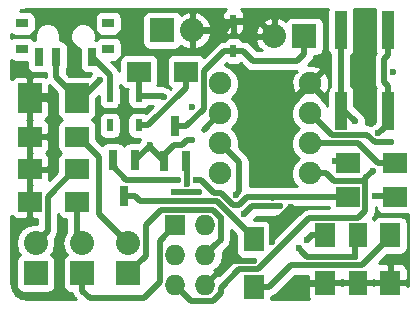
<source format=gtl>
G04 #@! TF.FileFunction,Copper,L1,Top,Signal*
%FSLAX46Y46*%
G04 Gerber Fmt 4.6, Leading zero omitted, Abs format (unit mm)*
G04 Created by KiCad (PCBNEW (2015-11-17 BZR 6321)-product) date Tue 19 Jan 2016 02:12:06 PM EST*
%MOMM*%
G01*
G04 APERTURE LIST*
%ADD10C,0.100000*%
%ADD11R,0.800100X1.800860*%
%ADD12R,2.000000X2.500000*%
%ADD13R,1.600000X2.000000*%
%ADD14R,0.600000X1.000000*%
%ADD15R,1.700000X2.000000*%
%ADD16C,1.905000*%
%ADD17R,2.032000X2.032000*%
%ADD18O,2.032000X2.032000*%
%ADD19R,1.727200X1.727200*%
%ADD20O,1.727200X1.727200*%
%ADD21R,2.000000X1.700000*%
%ADD22R,0.700000X1.500000*%
%ADD23R,1.000000X0.800000*%
%ADD24R,1.000000X3.200000*%
%ADD25C,0.600000*%
%ADD26C,0.500000*%
%ADD27C,0.254000*%
G04 APERTURE END LIST*
D10*
D11*
X168600000Y-105600000D03*
X170500000Y-105600000D03*
X169550000Y-102597720D03*
D12*
X161250000Y-100250000D03*
X157250000Y-100250000D03*
D13*
X185014214Y-111867358D03*
X185014214Y-115867358D03*
D14*
X164025000Y-102555000D03*
X164025000Y-100045000D03*
X166475000Y-100045000D03*
X166475000Y-102555000D03*
D15*
X187764214Y-115867358D03*
X187764214Y-111867358D03*
D14*
X174500000Y-96255000D03*
X174500000Y-93745000D03*
D16*
X181000000Y-106620000D03*
X181000000Y-104080000D03*
X181000000Y-101540000D03*
X181000000Y-99000000D03*
X173380000Y-99000000D03*
X173380000Y-101540000D03*
X173380000Y-104080000D03*
X173380000Y-106620000D03*
D17*
X180500000Y-95000000D03*
D18*
X177960000Y-95000000D03*
D19*
X169560000Y-111000000D03*
D20*
X172100000Y-111000000D03*
X169560000Y-113540000D03*
X172100000Y-113540000D03*
X169560000Y-116080000D03*
X172100000Y-116080000D03*
D17*
X165600000Y-115058273D03*
D18*
X165600000Y-112518273D03*
D17*
X161700000Y-115058273D03*
D18*
X161700000Y-112518273D03*
D17*
X157750000Y-115058273D03*
D18*
X157750000Y-112518273D03*
D11*
X166175000Y-105523860D03*
X164275000Y-105523860D03*
X165225000Y-108526140D03*
D21*
X161250000Y-106250000D03*
X157250000Y-106250000D03*
X161250000Y-109000000D03*
X157250000Y-109000000D03*
X161250000Y-103500000D03*
X157250000Y-103500000D03*
X188200000Y-108600000D03*
X184200000Y-108600000D03*
D15*
X176200000Y-112200000D03*
X176200000Y-116200000D03*
D21*
X188200000Y-105700000D03*
X184200000Y-105700000D03*
D15*
X182264214Y-115867358D03*
X182264214Y-111867358D03*
D21*
X166500000Y-98000000D03*
X170500000Y-98000000D03*
D22*
X162500000Y-96750000D03*
X159500000Y-96750000D03*
X158000000Y-96750000D03*
D23*
X163900000Y-93900000D03*
X156600000Y-93900000D03*
X156600000Y-96100000D03*
X163900000Y-96100000D03*
D24*
X187600000Y-101300000D03*
X187600000Y-94500000D03*
X183600000Y-94500000D03*
X183600000Y-101300000D03*
D17*
X168460000Y-94500000D03*
D18*
X171000000Y-94500000D03*
D25*
X188000000Y-98000000D03*
X186000000Y-98000000D03*
X171000000Y-101000000D03*
X165000000Y-101000000D03*
X176000000Y-104000000D03*
X179400000Y-109500000D03*
X177800000Y-112400000D03*
X180400000Y-116000000D03*
X176200000Y-113999979D03*
X159300000Y-100100000D03*
X169500000Y-108236366D03*
X171613118Y-108162465D03*
X171000000Y-103800000D03*
X167400000Y-104200000D03*
X168588223Y-100181089D03*
X180026255Y-112934432D03*
X184800000Y-113667337D03*
X186780344Y-103219656D03*
X186300000Y-106400000D03*
X186500000Y-108500000D03*
X187800000Y-104000000D03*
X175400000Y-110100000D03*
X173413601Y-110369471D03*
X178464162Y-109375151D03*
X174690995Y-108420304D03*
X171316607Y-107179618D03*
X169799978Y-107200000D03*
X170562647Y-107486346D03*
X183065252Y-105595672D03*
X180730344Y-112230344D03*
X184800000Y-102200000D03*
X163200000Y-98700000D03*
D26*
X181000000Y-99000000D02*
X176000000Y-104000000D01*
X177800000Y-112400000D02*
X177800000Y-111100000D01*
X177800000Y-111100000D02*
X179400000Y-109500000D01*
X180400000Y-116000000D02*
X182131572Y-116000000D01*
X182131572Y-116000000D02*
X182264214Y-115867358D01*
X172100000Y-116080000D02*
X174180021Y-113999979D01*
X174180021Y-113999979D02*
X176200000Y-113999979D01*
X159300000Y-100100000D02*
X157400000Y-100100000D01*
X157400000Y-100100000D02*
X157250000Y-100250000D01*
X174500000Y-93745000D02*
X176705000Y-93745000D01*
X176705000Y-93745000D02*
X177960000Y-95000000D01*
X171000000Y-94500000D02*
X173745000Y-94500000D01*
X173745000Y-94500000D02*
X174500000Y-93745000D01*
X185014214Y-115867358D02*
X187764214Y-115867358D01*
X182264214Y-115867358D02*
X185014214Y-115867358D01*
X157250000Y-106250000D02*
X157250000Y-109000000D01*
X157250000Y-103500000D02*
X157250000Y-106250000D01*
X157250000Y-100250000D02*
X157250000Y-103500000D01*
X169500000Y-108236366D02*
X171539217Y-108236366D01*
X171539217Y-108236366D02*
X171613118Y-108162465D01*
X171000000Y-103800000D02*
X170575736Y-103800000D01*
X170575736Y-103800000D02*
X170126167Y-104249569D01*
X170126167Y-104249569D02*
X169450051Y-104249569D01*
X169450051Y-104249569D02*
X168600000Y-105099620D01*
X168600000Y-105099620D02*
X168600000Y-105600000D01*
X167400000Y-104200000D02*
X167400000Y-104400000D01*
X167400000Y-104400000D02*
X168600000Y-105600000D01*
X167400000Y-104200000D02*
X167400000Y-104298860D01*
X167400000Y-104298860D02*
X166175000Y-105523860D01*
X168452134Y-100045000D02*
X168588223Y-100181089D01*
X166475000Y-100045000D02*
X168452134Y-100045000D01*
X184800000Y-113667337D02*
X180759160Y-113667337D01*
X180759160Y-113667337D02*
X180326254Y-113234431D01*
X180326254Y-113234431D02*
X180026255Y-112934432D01*
X184800000Y-113667337D02*
X184800000Y-112081572D01*
X184800000Y-112081572D02*
X185014214Y-111867358D01*
X166475000Y-100045000D02*
X166475000Y-98025000D01*
X166475000Y-98025000D02*
X166500000Y-98000000D01*
X170500000Y-98000000D02*
X170500000Y-99350000D01*
X170500000Y-99350000D02*
X167295000Y-102555000D01*
X167295000Y-102555000D02*
X167275000Y-102555000D01*
X167275000Y-102555000D02*
X166475000Y-102555000D01*
X164025000Y-98275000D02*
X162500000Y-96750000D01*
X164025000Y-100045000D02*
X164025000Y-98275000D01*
X176200000Y-116200000D02*
X177550000Y-116200000D01*
X177550000Y-116200000D02*
X179332643Y-114417357D01*
X179332643Y-114417357D02*
X185364215Y-114417357D01*
X187764214Y-112017358D02*
X187764214Y-111867358D01*
X185364215Y-114417357D02*
X187764214Y-112017358D01*
X171977499Y-97977501D02*
X173700000Y-96255000D01*
X170512282Y-102597720D02*
X171977499Y-101132503D01*
X173700000Y-96255000D02*
X174500000Y-96255000D01*
X169550000Y-102597720D02*
X170512282Y-102597720D01*
X171977499Y-101132503D02*
X171977499Y-97977501D01*
X176145000Y-97100000D02*
X179916000Y-97100000D01*
X179916000Y-97100000D02*
X180500000Y-96516000D01*
X180500000Y-96516000D02*
X180500000Y-95000000D01*
X174500000Y-96255000D02*
X175300000Y-96255000D01*
X175300000Y-96255000D02*
X176145000Y-97100000D01*
X187249999Y-98849999D02*
X187600000Y-99200000D01*
X187249999Y-96950001D02*
X187249999Y-98849999D01*
X187600000Y-96600000D02*
X187249999Y-96950001D01*
X187600000Y-94500000D02*
X187600000Y-96600000D01*
X187600000Y-99200000D02*
X187600000Y-101300000D01*
X170423599Y-116943599D02*
X169560000Y-116080000D01*
X170873601Y-117393601D02*
X170423599Y-116943599D01*
X172730529Y-117393601D02*
X170873601Y-117393601D01*
X173413601Y-116710529D02*
X172730529Y-117393601D01*
X185042645Y-110417357D02*
X180892647Y-110417357D01*
X173413601Y-116326397D02*
X173413601Y-116710529D01*
X174989999Y-114749999D02*
X173413601Y-116326397D01*
X176560005Y-114749999D02*
X174989999Y-114749999D01*
X180892647Y-110417357D02*
X176560005Y-114749999D01*
X185650001Y-109810001D02*
X185042645Y-110417357D01*
X185650001Y-107389999D02*
X185650001Y-109810001D01*
X187080343Y-102919657D02*
X186780344Y-103219656D01*
X187600000Y-102400000D02*
X187080343Y-102919657D01*
X187600000Y-101300000D02*
X187600000Y-102400000D01*
X185650001Y-107389999D02*
X185650001Y-107049999D01*
X185650001Y-107049999D02*
X186300000Y-106400000D01*
X185560001Y-107299999D02*
X183027037Y-107299999D01*
X183027037Y-107299999D02*
X182347038Y-106620000D01*
X182347038Y-106620000D02*
X181000000Y-106620000D01*
X185650001Y-107389999D02*
X185560001Y-107299999D01*
X188200000Y-105700000D02*
X186700000Y-105700000D01*
X186700000Y-105700000D02*
X185080000Y-104080000D01*
X185080000Y-104080000D02*
X182347038Y-104080000D01*
X182347038Y-104080000D02*
X181000000Y-104080000D01*
X186500000Y-108500000D02*
X188100000Y-108500000D01*
X188100000Y-108500000D02*
X188200000Y-108600000D01*
X185850001Y-103350001D02*
X186500000Y-104000000D01*
X186500000Y-104000000D02*
X187800000Y-104000000D01*
X181000000Y-101540000D02*
X182810001Y-103350001D01*
X182810001Y-103350001D02*
X185850001Y-103350001D01*
X165600000Y-115058273D02*
X167066001Y-113592272D01*
X167066001Y-113592272D02*
X167066001Y-110956797D01*
X167066001Y-110956797D02*
X168336399Y-109686399D01*
X168336399Y-109686399D02*
X172730529Y-109686399D01*
X172730529Y-109686399D02*
X173413601Y-110369471D01*
X178464162Y-109375151D02*
X178114811Y-109375151D01*
X178114811Y-109375151D02*
X178089954Y-109400008D01*
X178089954Y-109400008D02*
X176099992Y-109400008D01*
X176099992Y-109400008D02*
X175400000Y-110100000D01*
X173413601Y-110369471D02*
X173413604Y-110369471D01*
X173413601Y-110369471D02*
X173413603Y-110369471D01*
X173413601Y-112226399D02*
X172963599Y-112676401D01*
X173413601Y-110369471D02*
X173413601Y-112226399D01*
X172963599Y-112676401D02*
X172100000Y-113540000D01*
X166900000Y-117200000D02*
X168246399Y-115853601D01*
X173380000Y-101540000D02*
X171977499Y-102942501D01*
X161700000Y-115058273D02*
X161700000Y-116574273D01*
X161700000Y-116574273D02*
X162325727Y-117200000D01*
X162325727Y-117200000D02*
X166900000Y-117200000D01*
X168246399Y-115853601D02*
X168246399Y-112313601D01*
X168246399Y-112313601D02*
X169560000Y-111000000D01*
X174990994Y-105690994D02*
X174990994Y-108120305D01*
X174990994Y-108120305D02*
X174690995Y-108420304D01*
X173380000Y-104080000D02*
X174990994Y-105690994D01*
X163100000Y-105200000D02*
X163100000Y-110018273D01*
X163100000Y-110018273D02*
X165600000Y-112518273D01*
X161250000Y-103500000D02*
X161400000Y-103500000D01*
X161400000Y-103500000D02*
X163100000Y-105200000D01*
X161250000Y-109000000D02*
X161250000Y-112068273D01*
X161250000Y-112068273D02*
X161700000Y-112518273D01*
X157750000Y-112518273D02*
X158765999Y-111502274D01*
X158765999Y-111502274D02*
X158765999Y-108584001D01*
X158765999Y-108584001D02*
X161100000Y-106250000D01*
X161100000Y-106250000D02*
X161250000Y-106250000D01*
X172847630Y-108286377D02*
X171740871Y-107179618D01*
X171740871Y-107179618D02*
X171316607Y-107179618D01*
X175621320Y-108600000D02*
X174940334Y-109280986D01*
X174940334Y-109280986D02*
X174450002Y-109280986D01*
X174450002Y-109280986D02*
X173455393Y-108286377D01*
X173455393Y-108286377D02*
X172847630Y-108286377D01*
X177900000Y-108600000D02*
X175621320Y-108600000D01*
X169375714Y-107200000D02*
X169799978Y-107200000D01*
X164275000Y-106024240D02*
X165426469Y-107175709D01*
X169351423Y-107175709D02*
X169375714Y-107200000D01*
X165426469Y-107175709D02*
X169351423Y-107175709D01*
X164275000Y-105523860D02*
X164275000Y-106024240D01*
X184200000Y-108600000D02*
X177900000Y-108600000D01*
X177900000Y-108600000D02*
X177800000Y-108700000D01*
X166125050Y-108526140D02*
X165225000Y-108526140D01*
X166585298Y-108986388D02*
X166125050Y-108526140D01*
X173136388Y-108986388D02*
X166585298Y-108986388D01*
X176200000Y-112050000D02*
X173136388Y-108986388D01*
X176200000Y-112200000D02*
X176200000Y-112050000D01*
X170562647Y-105662647D02*
X170562647Y-107062082D01*
X170562647Y-107062082D02*
X170562647Y-107486346D01*
X170500000Y-105600000D02*
X170562647Y-105662647D01*
X184200000Y-105700000D02*
X184095672Y-105595672D01*
X183489516Y-105595672D02*
X183065252Y-105595672D01*
X184095672Y-105595672D02*
X183489516Y-105595672D01*
X182264214Y-111867358D02*
X181093330Y-111867358D01*
X181030343Y-111930345D02*
X180730344Y-112230344D01*
X181093330Y-111867358D02*
X181030343Y-111930345D01*
X183600000Y-101300000D02*
X183900000Y-101300000D01*
X183900000Y-101300000D02*
X184800000Y-102200000D01*
X183600000Y-94500000D02*
X183600000Y-101300000D01*
X159500000Y-98500000D02*
X161250000Y-100250000D01*
X159500000Y-96750000D02*
X159500000Y-98500000D01*
X161250000Y-100250000D02*
X161650000Y-100250000D01*
X161650000Y-100250000D02*
X163200000Y-98700000D01*
D27*
G36*
X155848110Y-97096431D02*
X156100000Y-97147440D01*
X157002560Y-97147440D01*
X157002560Y-97500000D01*
X157046838Y-97735317D01*
X157185910Y-97951441D01*
X157398110Y-98096431D01*
X157650000Y-98147440D01*
X158350000Y-98147440D01*
X158585317Y-98103162D01*
X158615000Y-98084062D01*
X158615000Y-98466975D01*
X158609698Y-98461673D01*
X158376309Y-98365000D01*
X157535750Y-98365000D01*
X157377000Y-98523750D01*
X157377000Y-100123000D01*
X158726250Y-100123000D01*
X158885000Y-99964250D01*
X158885000Y-99136580D01*
X159602560Y-99854140D01*
X159602560Y-101500000D01*
X159646838Y-101735317D01*
X159785910Y-101951441D01*
X159968769Y-102076383D01*
X159798559Y-102185910D01*
X159653569Y-102398110D01*
X159602560Y-102650000D01*
X159602560Y-104350000D01*
X159646838Y-104585317D01*
X159785910Y-104801441D01*
X159893397Y-104874884D01*
X159798559Y-104935910D01*
X159653569Y-105148110D01*
X159602560Y-105400000D01*
X159602560Y-106495861D01*
X158885000Y-107213420D01*
X158885000Y-106535750D01*
X158726250Y-106377000D01*
X157377000Y-106377000D01*
X157377000Y-107576250D01*
X157425750Y-107625000D01*
X157377000Y-107673750D01*
X157377000Y-108873000D01*
X157397000Y-108873000D01*
X157397000Y-109127000D01*
X157377000Y-109127000D01*
X157377000Y-110326250D01*
X157535750Y-110485000D01*
X157880999Y-110485000D01*
X157880999Y-110886897D01*
X157782345Y-110867273D01*
X157717655Y-110867273D01*
X157085845Y-110992948D01*
X156550222Y-111350840D01*
X156192330Y-111886463D01*
X156066655Y-112518273D01*
X156192330Y-113150083D01*
X156419499Y-113490065D01*
X156282559Y-113578183D01*
X156137569Y-113790383D01*
X156086560Y-114042273D01*
X156086560Y-116074273D01*
X156130838Y-116309590D01*
X156269910Y-116525714D01*
X156482110Y-116670704D01*
X156734000Y-116721713D01*
X158766000Y-116721713D01*
X159001317Y-116677435D01*
X159217441Y-116538363D01*
X159362431Y-116326163D01*
X159413440Y-116074273D01*
X159413440Y-114042273D01*
X159369162Y-113806956D01*
X159230090Y-113590832D01*
X159081163Y-113489075D01*
X159307670Y-113150083D01*
X159433345Y-112518273D01*
X159361710Y-112158142D01*
X159391786Y-112128066D01*
X159391789Y-112128064D01*
X159549742Y-111891670D01*
X159583633Y-111840948D01*
X159651000Y-111502274D01*
X159650999Y-111502269D01*
X159650999Y-110091783D01*
X159785910Y-110301441D01*
X159998110Y-110446431D01*
X160250000Y-110497440D01*
X160365000Y-110497440D01*
X160365000Y-111553214D01*
X160142330Y-111886463D01*
X160016655Y-112518273D01*
X160142330Y-113150083D01*
X160369499Y-113490065D01*
X160232559Y-113578183D01*
X160087569Y-113790383D01*
X160036560Y-114042273D01*
X160036560Y-116074273D01*
X160080838Y-116309590D01*
X160219910Y-116525714D01*
X160432110Y-116670704D01*
X160684000Y-116721713D01*
X160844327Y-116721713D01*
X160864648Y-116823870D01*
X160882367Y-116912948D01*
X161033857Y-117139670D01*
X161074210Y-117200063D01*
X161164147Y-117290000D01*
X157069931Y-117290000D01*
X156511660Y-117178953D01*
X156097669Y-116902333D01*
X155821046Y-116488338D01*
X155710000Y-115930069D01*
X155710000Y-110205660D01*
X155711673Y-110209699D01*
X155890302Y-110388327D01*
X156123691Y-110485000D01*
X156964250Y-110485000D01*
X157123000Y-110326250D01*
X157123000Y-109127000D01*
X157103000Y-109127000D01*
X157103000Y-108873000D01*
X157123000Y-108873000D01*
X157123000Y-107673750D01*
X157074250Y-107625000D01*
X157123000Y-107576250D01*
X157123000Y-106377000D01*
X157103000Y-106377000D01*
X157103000Y-106123000D01*
X157123000Y-106123000D01*
X157123000Y-104923750D01*
X157074250Y-104875000D01*
X157123000Y-104826250D01*
X157123000Y-103627000D01*
X157377000Y-103627000D01*
X157377000Y-104826250D01*
X157425750Y-104875000D01*
X157377000Y-104923750D01*
X157377000Y-106123000D01*
X158726250Y-106123000D01*
X158885000Y-105964250D01*
X158885000Y-105273690D01*
X158788327Y-105040301D01*
X158623025Y-104875000D01*
X158788327Y-104709699D01*
X158885000Y-104476310D01*
X158885000Y-103785750D01*
X158726250Y-103627000D01*
X157377000Y-103627000D01*
X157123000Y-103627000D01*
X157103000Y-103627000D01*
X157103000Y-103373000D01*
X157123000Y-103373000D01*
X157123000Y-102173750D01*
X157024250Y-102075000D01*
X157123000Y-101976250D01*
X157123000Y-100377000D01*
X157377000Y-100377000D01*
X157377000Y-101976250D01*
X157475750Y-102075000D01*
X157377000Y-102173750D01*
X157377000Y-103373000D01*
X158726250Y-103373000D01*
X158885000Y-103214250D01*
X158885000Y-102523690D01*
X158788327Y-102290301D01*
X158609698Y-102111673D01*
X158521162Y-102075000D01*
X158609698Y-102038327D01*
X158788327Y-101859699D01*
X158885000Y-101626310D01*
X158885000Y-100535750D01*
X158726250Y-100377000D01*
X157377000Y-100377000D01*
X157123000Y-100377000D01*
X157103000Y-100377000D01*
X157103000Y-100123000D01*
X157123000Y-100123000D01*
X157123000Y-98523750D01*
X156964250Y-98365000D01*
X156123691Y-98365000D01*
X155890302Y-98461673D01*
X155711673Y-98640301D01*
X155710000Y-98644340D01*
X155710000Y-97002065D01*
X155848110Y-97096431D01*
X155848110Y-97096431D01*
G37*
X155848110Y-97096431D02*
X156100000Y-97147440D01*
X157002560Y-97147440D01*
X157002560Y-97500000D01*
X157046838Y-97735317D01*
X157185910Y-97951441D01*
X157398110Y-98096431D01*
X157650000Y-98147440D01*
X158350000Y-98147440D01*
X158585317Y-98103162D01*
X158615000Y-98084062D01*
X158615000Y-98466975D01*
X158609698Y-98461673D01*
X158376309Y-98365000D01*
X157535750Y-98365000D01*
X157377000Y-98523750D01*
X157377000Y-100123000D01*
X158726250Y-100123000D01*
X158885000Y-99964250D01*
X158885000Y-99136580D01*
X159602560Y-99854140D01*
X159602560Y-101500000D01*
X159646838Y-101735317D01*
X159785910Y-101951441D01*
X159968769Y-102076383D01*
X159798559Y-102185910D01*
X159653569Y-102398110D01*
X159602560Y-102650000D01*
X159602560Y-104350000D01*
X159646838Y-104585317D01*
X159785910Y-104801441D01*
X159893397Y-104874884D01*
X159798559Y-104935910D01*
X159653569Y-105148110D01*
X159602560Y-105400000D01*
X159602560Y-106495861D01*
X158885000Y-107213420D01*
X158885000Y-106535750D01*
X158726250Y-106377000D01*
X157377000Y-106377000D01*
X157377000Y-107576250D01*
X157425750Y-107625000D01*
X157377000Y-107673750D01*
X157377000Y-108873000D01*
X157397000Y-108873000D01*
X157397000Y-109127000D01*
X157377000Y-109127000D01*
X157377000Y-110326250D01*
X157535750Y-110485000D01*
X157880999Y-110485000D01*
X157880999Y-110886897D01*
X157782345Y-110867273D01*
X157717655Y-110867273D01*
X157085845Y-110992948D01*
X156550222Y-111350840D01*
X156192330Y-111886463D01*
X156066655Y-112518273D01*
X156192330Y-113150083D01*
X156419499Y-113490065D01*
X156282559Y-113578183D01*
X156137569Y-113790383D01*
X156086560Y-114042273D01*
X156086560Y-116074273D01*
X156130838Y-116309590D01*
X156269910Y-116525714D01*
X156482110Y-116670704D01*
X156734000Y-116721713D01*
X158766000Y-116721713D01*
X159001317Y-116677435D01*
X159217441Y-116538363D01*
X159362431Y-116326163D01*
X159413440Y-116074273D01*
X159413440Y-114042273D01*
X159369162Y-113806956D01*
X159230090Y-113590832D01*
X159081163Y-113489075D01*
X159307670Y-113150083D01*
X159433345Y-112518273D01*
X159361710Y-112158142D01*
X159391786Y-112128066D01*
X159391789Y-112128064D01*
X159549742Y-111891670D01*
X159583633Y-111840948D01*
X159651000Y-111502274D01*
X159650999Y-111502269D01*
X159650999Y-110091783D01*
X159785910Y-110301441D01*
X159998110Y-110446431D01*
X160250000Y-110497440D01*
X160365000Y-110497440D01*
X160365000Y-111553214D01*
X160142330Y-111886463D01*
X160016655Y-112518273D01*
X160142330Y-113150083D01*
X160369499Y-113490065D01*
X160232559Y-113578183D01*
X160087569Y-113790383D01*
X160036560Y-114042273D01*
X160036560Y-116074273D01*
X160080838Y-116309590D01*
X160219910Y-116525714D01*
X160432110Y-116670704D01*
X160684000Y-116721713D01*
X160844327Y-116721713D01*
X160864648Y-116823870D01*
X160882367Y-116912948D01*
X161033857Y-117139670D01*
X161074210Y-117200063D01*
X161164147Y-117290000D01*
X157069931Y-117290000D01*
X156511660Y-117178953D01*
X156097669Y-116902333D01*
X155821046Y-116488338D01*
X155710000Y-115930069D01*
X155710000Y-110205660D01*
X155711673Y-110209699D01*
X155890302Y-110388327D01*
X156123691Y-110485000D01*
X156964250Y-110485000D01*
X157123000Y-110326250D01*
X157123000Y-109127000D01*
X157103000Y-109127000D01*
X157103000Y-108873000D01*
X157123000Y-108873000D01*
X157123000Y-107673750D01*
X157074250Y-107625000D01*
X157123000Y-107576250D01*
X157123000Y-106377000D01*
X157103000Y-106377000D01*
X157103000Y-106123000D01*
X157123000Y-106123000D01*
X157123000Y-104923750D01*
X157074250Y-104875000D01*
X157123000Y-104826250D01*
X157123000Y-103627000D01*
X157377000Y-103627000D01*
X157377000Y-104826250D01*
X157425750Y-104875000D01*
X157377000Y-104923750D01*
X157377000Y-106123000D01*
X158726250Y-106123000D01*
X158885000Y-105964250D01*
X158885000Y-105273690D01*
X158788327Y-105040301D01*
X158623025Y-104875000D01*
X158788327Y-104709699D01*
X158885000Y-104476310D01*
X158885000Y-103785750D01*
X158726250Y-103627000D01*
X157377000Y-103627000D01*
X157123000Y-103627000D01*
X157103000Y-103627000D01*
X157103000Y-103373000D01*
X157123000Y-103373000D01*
X157123000Y-102173750D01*
X157024250Y-102075000D01*
X157123000Y-101976250D01*
X157123000Y-100377000D01*
X157377000Y-100377000D01*
X157377000Y-101976250D01*
X157475750Y-102075000D01*
X157377000Y-102173750D01*
X157377000Y-103373000D01*
X158726250Y-103373000D01*
X158885000Y-103214250D01*
X158885000Y-102523690D01*
X158788327Y-102290301D01*
X158609698Y-102111673D01*
X158521162Y-102075000D01*
X158609698Y-102038327D01*
X158788327Y-101859699D01*
X158885000Y-101626310D01*
X158885000Y-100535750D01*
X158726250Y-100377000D01*
X157377000Y-100377000D01*
X157123000Y-100377000D01*
X157103000Y-100377000D01*
X157103000Y-100123000D01*
X157123000Y-100123000D01*
X157123000Y-98523750D01*
X156964250Y-98365000D01*
X156123691Y-98365000D01*
X155890302Y-98461673D01*
X155711673Y-98640301D01*
X155710000Y-98644340D01*
X155710000Y-97002065D01*
X155848110Y-97096431D01*
G36*
X186552560Y-109435046D02*
X186552560Y-109450000D01*
X186596838Y-109685317D01*
X186735910Y-109901441D01*
X186948110Y-110046431D01*
X187200000Y-110097440D01*
X189200000Y-110097440D01*
X189290000Y-110080505D01*
X189290000Y-115930069D01*
X189246229Y-116150123D01*
X189090464Y-115994358D01*
X187891214Y-115994358D01*
X187891214Y-116014358D01*
X187637214Y-116014358D01*
X187637214Y-115994358D01*
X186437964Y-115994358D01*
X186364214Y-116068108D01*
X186290464Y-115994358D01*
X185141214Y-115994358D01*
X185141214Y-116014358D01*
X184887214Y-116014358D01*
X184887214Y-115994358D01*
X183737964Y-115994358D01*
X183664214Y-116068108D01*
X183590464Y-115994358D01*
X182391214Y-115994358D01*
X182391214Y-116014358D01*
X182137214Y-116014358D01*
X182137214Y-115994358D01*
X180937964Y-115994358D01*
X180779214Y-116153108D01*
X180779214Y-116993667D01*
X180875887Y-117227056D01*
X180938831Y-117290000D01*
X177679215Y-117290000D01*
X177697440Y-117200000D01*
X177697440Y-117055673D01*
X177832484Y-117028810D01*
X177888675Y-117017633D01*
X178175790Y-116825790D01*
X179699222Y-115302357D01*
X180779214Y-115302357D01*
X180779214Y-115581608D01*
X180937964Y-115740358D01*
X182137214Y-115740358D01*
X182137214Y-115720358D01*
X182391214Y-115720358D01*
X182391214Y-115740358D01*
X183590464Y-115740358D01*
X183664214Y-115666608D01*
X183737964Y-115740358D01*
X184887214Y-115740358D01*
X184887214Y-115720358D01*
X185141214Y-115720358D01*
X185141214Y-115740358D01*
X186290464Y-115740358D01*
X186364214Y-115666608D01*
X186437964Y-115740358D01*
X187637214Y-115740358D01*
X187637214Y-114391108D01*
X187891214Y-114391108D01*
X187891214Y-115740358D01*
X189090464Y-115740358D01*
X189249214Y-115581608D01*
X189249214Y-114741049D01*
X189152541Y-114507660D01*
X188973913Y-114329031D01*
X188740524Y-114232358D01*
X188049964Y-114232358D01*
X187891214Y-114391108D01*
X187637214Y-114391108D01*
X187478464Y-114232358D01*
X186800794Y-114232358D01*
X187518353Y-113514798D01*
X188614214Y-113514798D01*
X188849531Y-113470520D01*
X189065655Y-113331448D01*
X189210645Y-113119248D01*
X189261654Y-112867358D01*
X189261654Y-110867358D01*
X189217376Y-110632041D01*
X189078304Y-110415917D01*
X188866104Y-110270927D01*
X188614214Y-110219918D01*
X186914214Y-110219918D01*
X186678897Y-110264196D01*
X186462773Y-110403268D01*
X186363581Y-110548441D01*
X186283586Y-110424125D01*
X186467634Y-110148676D01*
X186474333Y-110115000D01*
X186535002Y-109810001D01*
X186535001Y-109809996D01*
X186535001Y-109435031D01*
X186552560Y-109435046D01*
X186552560Y-109435046D01*
G37*
X186552560Y-109435046D02*
X186552560Y-109450000D01*
X186596838Y-109685317D01*
X186735910Y-109901441D01*
X186948110Y-110046431D01*
X187200000Y-110097440D01*
X189200000Y-110097440D01*
X189290000Y-110080505D01*
X189290000Y-115930069D01*
X189246229Y-116150123D01*
X189090464Y-115994358D01*
X187891214Y-115994358D01*
X187891214Y-116014358D01*
X187637214Y-116014358D01*
X187637214Y-115994358D01*
X186437964Y-115994358D01*
X186364214Y-116068108D01*
X186290464Y-115994358D01*
X185141214Y-115994358D01*
X185141214Y-116014358D01*
X184887214Y-116014358D01*
X184887214Y-115994358D01*
X183737964Y-115994358D01*
X183664214Y-116068108D01*
X183590464Y-115994358D01*
X182391214Y-115994358D01*
X182391214Y-116014358D01*
X182137214Y-116014358D01*
X182137214Y-115994358D01*
X180937964Y-115994358D01*
X180779214Y-116153108D01*
X180779214Y-116993667D01*
X180875887Y-117227056D01*
X180938831Y-117290000D01*
X177679215Y-117290000D01*
X177697440Y-117200000D01*
X177697440Y-117055673D01*
X177832484Y-117028810D01*
X177888675Y-117017633D01*
X178175790Y-116825790D01*
X179699222Y-115302357D01*
X180779214Y-115302357D01*
X180779214Y-115581608D01*
X180937964Y-115740358D01*
X182137214Y-115740358D01*
X182137214Y-115720358D01*
X182391214Y-115720358D01*
X182391214Y-115740358D01*
X183590464Y-115740358D01*
X183664214Y-115666608D01*
X183737964Y-115740358D01*
X184887214Y-115740358D01*
X184887214Y-115720358D01*
X185141214Y-115720358D01*
X185141214Y-115740358D01*
X186290464Y-115740358D01*
X186364214Y-115666608D01*
X186437964Y-115740358D01*
X187637214Y-115740358D01*
X187637214Y-114391108D01*
X187891214Y-114391108D01*
X187891214Y-115740358D01*
X189090464Y-115740358D01*
X189249214Y-115581608D01*
X189249214Y-114741049D01*
X189152541Y-114507660D01*
X188973913Y-114329031D01*
X188740524Y-114232358D01*
X188049964Y-114232358D01*
X187891214Y-114391108D01*
X187637214Y-114391108D01*
X187478464Y-114232358D01*
X186800794Y-114232358D01*
X187518353Y-113514798D01*
X188614214Y-113514798D01*
X188849531Y-113470520D01*
X189065655Y-113331448D01*
X189210645Y-113119248D01*
X189261654Y-112867358D01*
X189261654Y-110867358D01*
X189217376Y-110632041D01*
X189078304Y-110415917D01*
X188866104Y-110270927D01*
X188614214Y-110219918D01*
X186914214Y-110219918D01*
X186678897Y-110264196D01*
X186462773Y-110403268D01*
X186363581Y-110548441D01*
X186283586Y-110424125D01*
X186467634Y-110148676D01*
X186474333Y-110115000D01*
X186535002Y-109810001D01*
X186535001Y-109809996D01*
X186535001Y-109435031D01*
X186552560Y-109435046D01*
G36*
X172227000Y-115953000D02*
X172247000Y-115953000D01*
X172247000Y-116207000D01*
X172227000Y-116207000D01*
X172227000Y-116227000D01*
X171973000Y-116227000D01*
X171973000Y-116207000D01*
X171953000Y-116207000D01*
X171953000Y-115953000D01*
X171973000Y-115953000D01*
X171973000Y-115933000D01*
X172227000Y-115933000D01*
X172227000Y-115953000D01*
X172227000Y-115953000D01*
G37*
X172227000Y-115953000D02*
X172247000Y-115953000D01*
X172247000Y-116207000D01*
X172227000Y-116207000D01*
X172227000Y-116227000D01*
X171973000Y-116227000D01*
X171973000Y-116207000D01*
X171953000Y-116207000D01*
X171953000Y-115953000D01*
X171973000Y-115953000D01*
X171973000Y-115933000D01*
X172227000Y-115933000D01*
X172227000Y-115953000D01*
G36*
X174702560Y-111804139D02*
X174702560Y-113200000D01*
X174746838Y-113435317D01*
X174885910Y-113651441D01*
X175098110Y-113796431D01*
X175350000Y-113847440D01*
X176210984Y-113847440D01*
X176193425Y-113864999D01*
X174989999Y-113864999D01*
X174651324Y-113932366D01*
X174364209Y-114124209D01*
X174364207Y-114124212D01*
X173287572Y-115200846D01*
X172988490Y-114873179D01*
X172865772Y-114815664D01*
X173189029Y-114599670D01*
X173513885Y-114113489D01*
X173627959Y-113540000D01*
X173582105Y-113309474D01*
X173589386Y-113302193D01*
X173589389Y-113302191D01*
X174039388Y-112852191D01*
X174039391Y-112852189D01*
X174231234Y-112565074D01*
X174250790Y-112466762D01*
X174298602Y-112226399D01*
X174298601Y-112226394D01*
X174298601Y-111400180D01*
X174702560Y-111804139D01*
X174702560Y-111804139D01*
G37*
X174702560Y-111804139D02*
X174702560Y-113200000D01*
X174746838Y-113435317D01*
X174885910Y-113651441D01*
X175098110Y-113796431D01*
X175350000Y-113847440D01*
X176210984Y-113847440D01*
X176193425Y-113864999D01*
X174989999Y-113864999D01*
X174651324Y-113932366D01*
X174364209Y-114124209D01*
X174364207Y-114124212D01*
X173287572Y-115200846D01*
X172988490Y-114873179D01*
X172865772Y-114815664D01*
X173189029Y-114599670D01*
X173513885Y-114113489D01*
X173627959Y-113540000D01*
X173582105Y-113309474D01*
X173589386Y-113302193D01*
X173589389Y-113302191D01*
X174039388Y-112852191D01*
X174039391Y-112852189D01*
X174231234Y-112565074D01*
X174250790Y-112466762D01*
X174298602Y-112226399D01*
X174298601Y-112226394D01*
X174298601Y-111400180D01*
X174702560Y-111804139D01*
G36*
X182568057Y-109532357D02*
X180892652Y-109532357D01*
X180892647Y-109532356D01*
X180553972Y-109599724D01*
X180266857Y-109791567D01*
X180266855Y-109791570D01*
X177697440Y-112360984D01*
X177697440Y-111200000D01*
X177653162Y-110964683D01*
X177514090Y-110748559D01*
X177301890Y-110603569D01*
X177050000Y-110552560D01*
X176224484Y-110552560D01*
X176242566Y-110509014D01*
X176466571Y-110285008D01*
X178089949Y-110285008D01*
X178089954Y-110285009D01*
X178175990Y-110267895D01*
X178277363Y-110309989D01*
X178649329Y-110310313D01*
X178993105Y-110168268D01*
X179256354Y-109905478D01*
X179399000Y-109561950D01*
X179399067Y-109485000D01*
X182559146Y-109485000D01*
X182568057Y-109532357D01*
X182568057Y-109532357D01*
G37*
X182568057Y-109532357D02*
X180892652Y-109532357D01*
X180892647Y-109532356D01*
X180553972Y-109599724D01*
X180266857Y-109791567D01*
X180266855Y-109791570D01*
X177697440Y-112360984D01*
X177697440Y-111200000D01*
X177653162Y-110964683D01*
X177514090Y-110748559D01*
X177301890Y-110603569D01*
X177050000Y-110552560D01*
X176224484Y-110552560D01*
X176242566Y-110509014D01*
X176466571Y-110285008D01*
X178089949Y-110285008D01*
X178089954Y-110285009D01*
X178175990Y-110267895D01*
X178277363Y-110309989D01*
X178649329Y-110310313D01*
X178993105Y-110168268D01*
X179256354Y-109905478D01*
X179399000Y-109561950D01*
X179399067Y-109485000D01*
X182559146Y-109485000D01*
X182568057Y-109532357D01*
G36*
X173661673Y-92885302D02*
X173565000Y-93118691D01*
X173565000Y-93459250D01*
X173723750Y-93618000D01*
X174373000Y-93618000D01*
X174373000Y-93598000D01*
X174627000Y-93598000D01*
X174627000Y-93618000D01*
X175276250Y-93618000D01*
X175435000Y-93459250D01*
X175435000Y-93118691D01*
X175338327Y-92885302D01*
X175163026Y-92710000D01*
X182491036Y-92710000D01*
X182452560Y-92900000D01*
X182452560Y-96100000D01*
X182496838Y-96335317D01*
X182635910Y-96551441D01*
X182715000Y-96605481D01*
X182715000Y-99193156D01*
X182648559Y-99235910D01*
X182553996Y-99374307D01*
X182598675Y-99253199D01*
X182573878Y-98622139D01*
X182380088Y-98154288D01*
X182118159Y-98061446D01*
X181179605Y-99000000D01*
X182118159Y-99938554D01*
X182380088Y-99845712D01*
X182475336Y-99587527D01*
X182452560Y-99700000D01*
X182452560Y-100898366D01*
X182346602Y-100641928D01*
X181908471Y-100203032D01*
X181938554Y-100118159D01*
X181000000Y-99179605D01*
X180061446Y-100118159D01*
X180091725Y-100203583D01*
X179654968Y-100639579D01*
X179412776Y-101222841D01*
X179412225Y-101854388D01*
X179653398Y-102438072D01*
X180024935Y-102810257D01*
X179654968Y-103179579D01*
X179412776Y-103762841D01*
X179412225Y-104394388D01*
X179653398Y-104978072D01*
X180024935Y-105350257D01*
X179654968Y-105719579D01*
X179412776Y-106302841D01*
X179412225Y-106934388D01*
X179653398Y-107518072D01*
X179849983Y-107715000D01*
X175875994Y-107715000D01*
X175875994Y-105690999D01*
X175875995Y-105690994D01*
X175808628Y-105352320D01*
X175683253Y-105164683D01*
X175616784Y-105065204D01*
X175616781Y-105065202D01*
X174961800Y-104410221D01*
X174967224Y-104397159D01*
X174967775Y-103765612D01*
X174726602Y-103181928D01*
X174355065Y-102809743D01*
X174725032Y-102440421D01*
X174967224Y-101857159D01*
X174967775Y-101225612D01*
X174726602Y-100641928D01*
X174355065Y-100269743D01*
X174725032Y-99900421D01*
X174967224Y-99317159D01*
X174967775Y-98685612D01*
X174726602Y-98101928D01*
X174280421Y-97654968D01*
X173765447Y-97441132D01*
X173892883Y-97313696D01*
X173948110Y-97351431D01*
X174200000Y-97402440D01*
X174800000Y-97402440D01*
X175035317Y-97358162D01*
X175106060Y-97312640D01*
X175519208Y-97725787D01*
X175519210Y-97725790D01*
X175806325Y-97917633D01*
X176145000Y-97985000D01*
X179805392Y-97985000D01*
X179881839Y-98061447D01*
X179619912Y-98154288D01*
X179401325Y-98746801D01*
X179426122Y-99377861D01*
X179619912Y-99845712D01*
X179881841Y-99938554D01*
X180820395Y-99000000D01*
X180806253Y-98985858D01*
X180985858Y-98806253D01*
X181000000Y-98820395D01*
X181938554Y-97881841D01*
X181845712Y-97619912D01*
X181253199Y-97401325D01*
X180850428Y-97417152D01*
X181125787Y-97141792D01*
X181125790Y-97141790D01*
X181317633Y-96854675D01*
X181338454Y-96750000D01*
X181355673Y-96663440D01*
X181516000Y-96663440D01*
X181751317Y-96619162D01*
X181967441Y-96480090D01*
X182112431Y-96267890D01*
X182163440Y-96016000D01*
X182163440Y-93984000D01*
X182119162Y-93748683D01*
X181980090Y-93532559D01*
X181767890Y-93387569D01*
X181516000Y-93336560D01*
X179484000Y-93336560D01*
X179248683Y-93380838D01*
X179032559Y-93519910D01*
X178921160Y-93682948D01*
X178824818Y-93593615D01*
X178342944Y-93394025D01*
X178087000Y-93513164D01*
X178087000Y-94873000D01*
X178107000Y-94873000D01*
X178107000Y-95127000D01*
X178087000Y-95127000D01*
X178087000Y-95147000D01*
X177833000Y-95147000D01*
X177833000Y-95127000D01*
X176472633Y-95127000D01*
X176354017Y-95382946D01*
X176622812Y-95968379D01*
X176888782Y-96215000D01*
X176511579Y-96215000D01*
X175925790Y-95629210D01*
X175902727Y-95613800D01*
X175638675Y-95437367D01*
X175582484Y-95426190D01*
X175307847Y-95371560D01*
X175264090Y-95303559D01*
X175051890Y-95158569D01*
X174800000Y-95107560D01*
X174200000Y-95107560D01*
X173964683Y-95151838D01*
X173748559Y-95290910D01*
X173693658Y-95371261D01*
X173361325Y-95437367D01*
X173074210Y-95629210D01*
X173074208Y-95629213D01*
X171980053Y-96723367D01*
X171964090Y-96698559D01*
X171751890Y-96553569D01*
X171500000Y-96502560D01*
X169500000Y-96502560D01*
X169264683Y-96546838D01*
X169048559Y-96685910D01*
X168903569Y-96898110D01*
X168852560Y-97150000D01*
X168852560Y-98850000D01*
X168896838Y-99085317D01*
X169035910Y-99301441D01*
X169191007Y-99407414D01*
X169163997Y-99434424D01*
X169118550Y-99388897D01*
X168891385Y-99294569D01*
X168790809Y-99227367D01*
X168734618Y-99216190D01*
X168452134Y-99159999D01*
X168452129Y-99160000D01*
X168056726Y-99160000D01*
X168096431Y-99101890D01*
X168147440Y-98850000D01*
X168147440Y-97150000D01*
X168103162Y-96914683D01*
X167964090Y-96698559D01*
X167751890Y-96553569D01*
X167500000Y-96502560D01*
X165500000Y-96502560D01*
X165264683Y-96546838D01*
X165048559Y-96685910D01*
X164903569Y-96898110D01*
X164852560Y-97150000D01*
X164852560Y-97986231D01*
X164842633Y-97936326D01*
X164842633Y-97936325D01*
X164650790Y-97649210D01*
X164650787Y-97649208D01*
X164149019Y-97147440D01*
X164400000Y-97147440D01*
X164635317Y-97103162D01*
X164851441Y-96964090D01*
X164996431Y-96751890D01*
X165047440Y-96500000D01*
X165047440Y-95700000D01*
X165003162Y-95464683D01*
X164864090Y-95248559D01*
X164651890Y-95103569D01*
X164400000Y-95052560D01*
X163400000Y-95052560D01*
X163164683Y-95096838D01*
X162948559Y-95235910D01*
X162866564Y-95355914D01*
X162850000Y-95352560D01*
X162778425Y-95352560D01*
X162834811Y-95216767D01*
X162835188Y-94785127D01*
X162670354Y-94386200D01*
X162365405Y-94080718D01*
X161966767Y-93915189D01*
X161535127Y-93914812D01*
X161136200Y-94079646D01*
X160830718Y-94384595D01*
X160665189Y-94783233D01*
X160664812Y-95214873D01*
X160829646Y-95613800D01*
X161134595Y-95919282D01*
X161502560Y-96072074D01*
X161502560Y-97500000D01*
X161546838Y-97735317D01*
X161685910Y-97951441D01*
X161898110Y-98096431D01*
X162150000Y-98147440D01*
X162430080Y-98147440D01*
X162407808Y-98169673D01*
X162357434Y-98290987D01*
X162288138Y-98360283D01*
X162250000Y-98352560D01*
X160604140Y-98352560D01*
X160385000Y-98133420D01*
X160385000Y-97841797D01*
X160446431Y-97751890D01*
X160497440Y-97500000D01*
X160497440Y-96000000D01*
X160453162Y-95764683D01*
X160314090Y-95548559D01*
X160101890Y-95403569D01*
X159850000Y-95352560D01*
X159778425Y-95352560D01*
X159834811Y-95216767D01*
X159835188Y-94785127D01*
X159670354Y-94386200D01*
X159365405Y-94080718D01*
X158966767Y-93915189D01*
X158535127Y-93914812D01*
X158136200Y-94079646D01*
X157830718Y-94384595D01*
X157665189Y-94783233D01*
X157664812Y-95214873D01*
X157721703Y-95352560D01*
X157650000Y-95352560D01*
X157633063Y-95355747D01*
X157564090Y-95248559D01*
X157351890Y-95103569D01*
X157100000Y-95052560D01*
X156100000Y-95052560D01*
X155864683Y-95096838D01*
X155710000Y-95196374D01*
X155710000Y-94802065D01*
X155848110Y-94896431D01*
X156100000Y-94947440D01*
X157100000Y-94947440D01*
X157335317Y-94903162D01*
X157551441Y-94764090D01*
X157696431Y-94551890D01*
X157747440Y-94300000D01*
X157747440Y-93500000D01*
X162752560Y-93500000D01*
X162752560Y-94300000D01*
X162796838Y-94535317D01*
X162935910Y-94751441D01*
X163148110Y-94896431D01*
X163400000Y-94947440D01*
X164400000Y-94947440D01*
X164635317Y-94903162D01*
X164851441Y-94764090D01*
X164996431Y-94551890D01*
X165047440Y-94300000D01*
X165047440Y-93500000D01*
X165044430Y-93484000D01*
X166796560Y-93484000D01*
X166796560Y-95516000D01*
X166840838Y-95751317D01*
X166979910Y-95967441D01*
X167192110Y-96112431D01*
X167444000Y-96163440D01*
X169476000Y-96163440D01*
X169711317Y-96119162D01*
X169927441Y-95980090D01*
X170038840Y-95817052D01*
X170135182Y-95906385D01*
X170617056Y-96105975D01*
X170873000Y-95986836D01*
X170873000Y-94627000D01*
X171127000Y-94627000D01*
X171127000Y-95986836D01*
X171382944Y-96105975D01*
X171864818Y-95906385D01*
X172337188Y-95468379D01*
X172605983Y-94882946D01*
X172487367Y-94627000D01*
X171127000Y-94627000D01*
X170873000Y-94627000D01*
X170853000Y-94627000D01*
X170853000Y-94373000D01*
X170873000Y-94373000D01*
X170873000Y-93013164D01*
X171127000Y-93013164D01*
X171127000Y-94373000D01*
X172487367Y-94373000D01*
X172605983Y-94117054D01*
X172566358Y-94030750D01*
X173565000Y-94030750D01*
X173565000Y-94371309D01*
X173661673Y-94604698D01*
X173840301Y-94783327D01*
X174073690Y-94880000D01*
X174214250Y-94880000D01*
X174373000Y-94721250D01*
X174373000Y-93872000D01*
X174627000Y-93872000D01*
X174627000Y-94721250D01*
X174785750Y-94880000D01*
X174926310Y-94880000D01*
X175159699Y-94783327D01*
X175325971Y-94617054D01*
X176354017Y-94617054D01*
X176472633Y-94873000D01*
X177833000Y-94873000D01*
X177833000Y-93513164D01*
X177577056Y-93394025D01*
X177095182Y-93593615D01*
X176622812Y-94031621D01*
X176354017Y-94617054D01*
X175325971Y-94617054D01*
X175338327Y-94604698D01*
X175435000Y-94371309D01*
X175435000Y-94030750D01*
X175276250Y-93872000D01*
X174627000Y-93872000D01*
X174373000Y-93872000D01*
X173723750Y-93872000D01*
X173565000Y-94030750D01*
X172566358Y-94030750D01*
X172337188Y-93531621D01*
X171864818Y-93093615D01*
X171382944Y-92894025D01*
X171127000Y-93013164D01*
X170873000Y-93013164D01*
X170617056Y-92894025D01*
X170135182Y-93093615D01*
X170037602Y-93184097D01*
X169940090Y-93032559D01*
X169727890Y-92887569D01*
X169476000Y-92836560D01*
X167444000Y-92836560D01*
X167208683Y-92880838D01*
X166992559Y-93019910D01*
X166847569Y-93232110D01*
X166796560Y-93484000D01*
X165044430Y-93484000D01*
X165003162Y-93264683D01*
X164864090Y-93048559D01*
X164651890Y-92903569D01*
X164400000Y-92852560D01*
X163400000Y-92852560D01*
X163164683Y-92896838D01*
X162948559Y-93035910D01*
X162803569Y-93248110D01*
X162752560Y-93500000D01*
X157747440Y-93500000D01*
X157703162Y-93264683D01*
X157564090Y-93048559D01*
X157351890Y-92903569D01*
X157100000Y-92852560D01*
X156464498Y-92852560D01*
X156511660Y-92821047D01*
X157069931Y-92710000D01*
X173836974Y-92710000D01*
X173661673Y-92885302D01*
X173661673Y-92885302D01*
G37*
X173661673Y-92885302D02*
X173565000Y-93118691D01*
X173565000Y-93459250D01*
X173723750Y-93618000D01*
X174373000Y-93618000D01*
X174373000Y-93598000D01*
X174627000Y-93598000D01*
X174627000Y-93618000D01*
X175276250Y-93618000D01*
X175435000Y-93459250D01*
X175435000Y-93118691D01*
X175338327Y-92885302D01*
X175163026Y-92710000D01*
X182491036Y-92710000D01*
X182452560Y-92900000D01*
X182452560Y-96100000D01*
X182496838Y-96335317D01*
X182635910Y-96551441D01*
X182715000Y-96605481D01*
X182715000Y-99193156D01*
X182648559Y-99235910D01*
X182553996Y-99374307D01*
X182598675Y-99253199D01*
X182573878Y-98622139D01*
X182380088Y-98154288D01*
X182118159Y-98061446D01*
X181179605Y-99000000D01*
X182118159Y-99938554D01*
X182380088Y-99845712D01*
X182475336Y-99587527D01*
X182452560Y-99700000D01*
X182452560Y-100898366D01*
X182346602Y-100641928D01*
X181908471Y-100203032D01*
X181938554Y-100118159D01*
X181000000Y-99179605D01*
X180061446Y-100118159D01*
X180091725Y-100203583D01*
X179654968Y-100639579D01*
X179412776Y-101222841D01*
X179412225Y-101854388D01*
X179653398Y-102438072D01*
X180024935Y-102810257D01*
X179654968Y-103179579D01*
X179412776Y-103762841D01*
X179412225Y-104394388D01*
X179653398Y-104978072D01*
X180024935Y-105350257D01*
X179654968Y-105719579D01*
X179412776Y-106302841D01*
X179412225Y-106934388D01*
X179653398Y-107518072D01*
X179849983Y-107715000D01*
X175875994Y-107715000D01*
X175875994Y-105690999D01*
X175875995Y-105690994D01*
X175808628Y-105352320D01*
X175683253Y-105164683D01*
X175616784Y-105065204D01*
X175616781Y-105065202D01*
X174961800Y-104410221D01*
X174967224Y-104397159D01*
X174967775Y-103765612D01*
X174726602Y-103181928D01*
X174355065Y-102809743D01*
X174725032Y-102440421D01*
X174967224Y-101857159D01*
X174967775Y-101225612D01*
X174726602Y-100641928D01*
X174355065Y-100269743D01*
X174725032Y-99900421D01*
X174967224Y-99317159D01*
X174967775Y-98685612D01*
X174726602Y-98101928D01*
X174280421Y-97654968D01*
X173765447Y-97441132D01*
X173892883Y-97313696D01*
X173948110Y-97351431D01*
X174200000Y-97402440D01*
X174800000Y-97402440D01*
X175035317Y-97358162D01*
X175106060Y-97312640D01*
X175519208Y-97725787D01*
X175519210Y-97725790D01*
X175806325Y-97917633D01*
X176145000Y-97985000D01*
X179805392Y-97985000D01*
X179881839Y-98061447D01*
X179619912Y-98154288D01*
X179401325Y-98746801D01*
X179426122Y-99377861D01*
X179619912Y-99845712D01*
X179881841Y-99938554D01*
X180820395Y-99000000D01*
X180806253Y-98985858D01*
X180985858Y-98806253D01*
X181000000Y-98820395D01*
X181938554Y-97881841D01*
X181845712Y-97619912D01*
X181253199Y-97401325D01*
X180850428Y-97417152D01*
X181125787Y-97141792D01*
X181125790Y-97141790D01*
X181317633Y-96854675D01*
X181338454Y-96750000D01*
X181355673Y-96663440D01*
X181516000Y-96663440D01*
X181751317Y-96619162D01*
X181967441Y-96480090D01*
X182112431Y-96267890D01*
X182163440Y-96016000D01*
X182163440Y-93984000D01*
X182119162Y-93748683D01*
X181980090Y-93532559D01*
X181767890Y-93387569D01*
X181516000Y-93336560D01*
X179484000Y-93336560D01*
X179248683Y-93380838D01*
X179032559Y-93519910D01*
X178921160Y-93682948D01*
X178824818Y-93593615D01*
X178342944Y-93394025D01*
X178087000Y-93513164D01*
X178087000Y-94873000D01*
X178107000Y-94873000D01*
X178107000Y-95127000D01*
X178087000Y-95127000D01*
X178087000Y-95147000D01*
X177833000Y-95147000D01*
X177833000Y-95127000D01*
X176472633Y-95127000D01*
X176354017Y-95382946D01*
X176622812Y-95968379D01*
X176888782Y-96215000D01*
X176511579Y-96215000D01*
X175925790Y-95629210D01*
X175902727Y-95613800D01*
X175638675Y-95437367D01*
X175582484Y-95426190D01*
X175307847Y-95371560D01*
X175264090Y-95303559D01*
X175051890Y-95158569D01*
X174800000Y-95107560D01*
X174200000Y-95107560D01*
X173964683Y-95151838D01*
X173748559Y-95290910D01*
X173693658Y-95371261D01*
X173361325Y-95437367D01*
X173074210Y-95629210D01*
X173074208Y-95629213D01*
X171980053Y-96723367D01*
X171964090Y-96698559D01*
X171751890Y-96553569D01*
X171500000Y-96502560D01*
X169500000Y-96502560D01*
X169264683Y-96546838D01*
X169048559Y-96685910D01*
X168903569Y-96898110D01*
X168852560Y-97150000D01*
X168852560Y-98850000D01*
X168896838Y-99085317D01*
X169035910Y-99301441D01*
X169191007Y-99407414D01*
X169163997Y-99434424D01*
X169118550Y-99388897D01*
X168891385Y-99294569D01*
X168790809Y-99227367D01*
X168734618Y-99216190D01*
X168452134Y-99159999D01*
X168452129Y-99160000D01*
X168056726Y-99160000D01*
X168096431Y-99101890D01*
X168147440Y-98850000D01*
X168147440Y-97150000D01*
X168103162Y-96914683D01*
X167964090Y-96698559D01*
X167751890Y-96553569D01*
X167500000Y-96502560D01*
X165500000Y-96502560D01*
X165264683Y-96546838D01*
X165048559Y-96685910D01*
X164903569Y-96898110D01*
X164852560Y-97150000D01*
X164852560Y-97986231D01*
X164842633Y-97936326D01*
X164842633Y-97936325D01*
X164650790Y-97649210D01*
X164650787Y-97649208D01*
X164149019Y-97147440D01*
X164400000Y-97147440D01*
X164635317Y-97103162D01*
X164851441Y-96964090D01*
X164996431Y-96751890D01*
X165047440Y-96500000D01*
X165047440Y-95700000D01*
X165003162Y-95464683D01*
X164864090Y-95248559D01*
X164651890Y-95103569D01*
X164400000Y-95052560D01*
X163400000Y-95052560D01*
X163164683Y-95096838D01*
X162948559Y-95235910D01*
X162866564Y-95355914D01*
X162850000Y-95352560D01*
X162778425Y-95352560D01*
X162834811Y-95216767D01*
X162835188Y-94785127D01*
X162670354Y-94386200D01*
X162365405Y-94080718D01*
X161966767Y-93915189D01*
X161535127Y-93914812D01*
X161136200Y-94079646D01*
X160830718Y-94384595D01*
X160665189Y-94783233D01*
X160664812Y-95214873D01*
X160829646Y-95613800D01*
X161134595Y-95919282D01*
X161502560Y-96072074D01*
X161502560Y-97500000D01*
X161546838Y-97735317D01*
X161685910Y-97951441D01*
X161898110Y-98096431D01*
X162150000Y-98147440D01*
X162430080Y-98147440D01*
X162407808Y-98169673D01*
X162357434Y-98290987D01*
X162288138Y-98360283D01*
X162250000Y-98352560D01*
X160604140Y-98352560D01*
X160385000Y-98133420D01*
X160385000Y-97841797D01*
X160446431Y-97751890D01*
X160497440Y-97500000D01*
X160497440Y-96000000D01*
X160453162Y-95764683D01*
X160314090Y-95548559D01*
X160101890Y-95403569D01*
X159850000Y-95352560D01*
X159778425Y-95352560D01*
X159834811Y-95216767D01*
X159835188Y-94785127D01*
X159670354Y-94386200D01*
X159365405Y-94080718D01*
X158966767Y-93915189D01*
X158535127Y-93914812D01*
X158136200Y-94079646D01*
X157830718Y-94384595D01*
X157665189Y-94783233D01*
X157664812Y-95214873D01*
X157721703Y-95352560D01*
X157650000Y-95352560D01*
X157633063Y-95355747D01*
X157564090Y-95248559D01*
X157351890Y-95103569D01*
X157100000Y-95052560D01*
X156100000Y-95052560D01*
X155864683Y-95096838D01*
X155710000Y-95196374D01*
X155710000Y-94802065D01*
X155848110Y-94896431D01*
X156100000Y-94947440D01*
X157100000Y-94947440D01*
X157335317Y-94903162D01*
X157551441Y-94764090D01*
X157696431Y-94551890D01*
X157747440Y-94300000D01*
X157747440Y-93500000D01*
X162752560Y-93500000D01*
X162752560Y-94300000D01*
X162796838Y-94535317D01*
X162935910Y-94751441D01*
X163148110Y-94896431D01*
X163400000Y-94947440D01*
X164400000Y-94947440D01*
X164635317Y-94903162D01*
X164851441Y-94764090D01*
X164996431Y-94551890D01*
X165047440Y-94300000D01*
X165047440Y-93500000D01*
X165044430Y-93484000D01*
X166796560Y-93484000D01*
X166796560Y-95516000D01*
X166840838Y-95751317D01*
X166979910Y-95967441D01*
X167192110Y-96112431D01*
X167444000Y-96163440D01*
X169476000Y-96163440D01*
X169711317Y-96119162D01*
X169927441Y-95980090D01*
X170038840Y-95817052D01*
X170135182Y-95906385D01*
X170617056Y-96105975D01*
X170873000Y-95986836D01*
X170873000Y-94627000D01*
X171127000Y-94627000D01*
X171127000Y-95986836D01*
X171382944Y-96105975D01*
X171864818Y-95906385D01*
X172337188Y-95468379D01*
X172605983Y-94882946D01*
X172487367Y-94627000D01*
X171127000Y-94627000D01*
X170873000Y-94627000D01*
X170853000Y-94627000D01*
X170853000Y-94373000D01*
X170873000Y-94373000D01*
X170873000Y-93013164D01*
X171127000Y-93013164D01*
X171127000Y-94373000D01*
X172487367Y-94373000D01*
X172605983Y-94117054D01*
X172566358Y-94030750D01*
X173565000Y-94030750D01*
X173565000Y-94371309D01*
X173661673Y-94604698D01*
X173840301Y-94783327D01*
X174073690Y-94880000D01*
X174214250Y-94880000D01*
X174373000Y-94721250D01*
X174373000Y-93872000D01*
X174627000Y-93872000D01*
X174627000Y-94721250D01*
X174785750Y-94880000D01*
X174926310Y-94880000D01*
X175159699Y-94783327D01*
X175325971Y-94617054D01*
X176354017Y-94617054D01*
X176472633Y-94873000D01*
X177833000Y-94873000D01*
X177833000Y-93513164D01*
X177577056Y-93394025D01*
X177095182Y-93593615D01*
X176622812Y-94031621D01*
X176354017Y-94617054D01*
X175325971Y-94617054D01*
X175338327Y-94604698D01*
X175435000Y-94371309D01*
X175435000Y-94030750D01*
X175276250Y-93872000D01*
X174627000Y-93872000D01*
X174373000Y-93872000D01*
X173723750Y-93872000D01*
X173565000Y-94030750D01*
X172566358Y-94030750D01*
X172337188Y-93531621D01*
X171864818Y-93093615D01*
X171382944Y-92894025D01*
X171127000Y-93013164D01*
X170873000Y-93013164D01*
X170617056Y-92894025D01*
X170135182Y-93093615D01*
X170037602Y-93184097D01*
X169940090Y-93032559D01*
X169727890Y-92887569D01*
X169476000Y-92836560D01*
X167444000Y-92836560D01*
X167208683Y-92880838D01*
X166992559Y-93019910D01*
X166847569Y-93232110D01*
X166796560Y-93484000D01*
X165044430Y-93484000D01*
X165003162Y-93264683D01*
X164864090Y-93048559D01*
X164651890Y-92903569D01*
X164400000Y-92852560D01*
X163400000Y-92852560D01*
X163164683Y-92896838D01*
X162948559Y-93035910D01*
X162803569Y-93248110D01*
X162752560Y-93500000D01*
X157747440Y-93500000D01*
X157703162Y-93264683D01*
X157564090Y-93048559D01*
X157351890Y-92903569D01*
X157100000Y-92852560D01*
X156464498Y-92852560D01*
X156511660Y-92821047D01*
X157069931Y-92710000D01*
X173836974Y-92710000D01*
X173661673Y-92885302D01*
G36*
X165035910Y-99301441D02*
X165248110Y-99446431D01*
X165500000Y-99497440D01*
X165537191Y-99497440D01*
X165527560Y-99545000D01*
X165527560Y-100545000D01*
X165571838Y-100780317D01*
X165710910Y-100996441D01*
X165923110Y-101141431D01*
X166175000Y-101192440D01*
X166775000Y-101192440D01*
X167010317Y-101148162D01*
X167226441Y-101009090D01*
X167280481Y-100930000D01*
X167668420Y-100930000D01*
X167093998Y-101504422D01*
X167026890Y-101458569D01*
X166775000Y-101407560D01*
X166175000Y-101407560D01*
X165939683Y-101451838D01*
X165723559Y-101590910D01*
X165578569Y-101803110D01*
X165527560Y-102055000D01*
X165527560Y-103055000D01*
X165571838Y-103290317D01*
X165710910Y-103506441D01*
X165923110Y-103651431D01*
X166175000Y-103702440D01*
X166594202Y-103702440D01*
X166487233Y-103960047D01*
X166471291Y-103975990D01*
X165774950Y-103975990D01*
X165539633Y-104020268D01*
X165323509Y-104159340D01*
X165224368Y-104304437D01*
X165139140Y-104171989D01*
X164926940Y-104026999D01*
X164675050Y-103975990D01*
X163874950Y-103975990D01*
X163639633Y-104020268D01*
X163423509Y-104159340D01*
X163377807Y-104226228D01*
X162897440Y-103745861D01*
X162897440Y-102650000D01*
X162853162Y-102414683D01*
X162714090Y-102198559D01*
X162531231Y-102073617D01*
X162560162Y-102055000D01*
X163077560Y-102055000D01*
X163077560Y-103055000D01*
X163121838Y-103290317D01*
X163260910Y-103506441D01*
X163473110Y-103651431D01*
X163725000Y-103702440D01*
X164325000Y-103702440D01*
X164560317Y-103658162D01*
X164776441Y-103519090D01*
X164921431Y-103306890D01*
X164972440Y-103055000D01*
X164972440Y-102055000D01*
X164928162Y-101819683D01*
X164789090Y-101603559D01*
X164576890Y-101458569D01*
X164325000Y-101407560D01*
X163725000Y-101407560D01*
X163489683Y-101451838D01*
X163273559Y-101590910D01*
X163128569Y-101803110D01*
X163077560Y-102055000D01*
X162560162Y-102055000D01*
X162701441Y-101964090D01*
X162846431Y-101751890D01*
X162897440Y-101500000D01*
X162897440Y-100254140D01*
X163077560Y-100074019D01*
X163077560Y-100545000D01*
X163121838Y-100780317D01*
X163260910Y-100996441D01*
X163473110Y-101141431D01*
X163725000Y-101192440D01*
X164325000Y-101192440D01*
X164560317Y-101148162D01*
X164776441Y-101009090D01*
X164921431Y-100796890D01*
X164972440Y-100545000D01*
X164972440Y-99545000D01*
X164928162Y-99309683D01*
X164910000Y-99281458D01*
X164910000Y-99105771D01*
X165035910Y-99301441D01*
X165035910Y-99301441D01*
G37*
X165035910Y-99301441D02*
X165248110Y-99446431D01*
X165500000Y-99497440D01*
X165537191Y-99497440D01*
X165527560Y-99545000D01*
X165527560Y-100545000D01*
X165571838Y-100780317D01*
X165710910Y-100996441D01*
X165923110Y-101141431D01*
X166175000Y-101192440D01*
X166775000Y-101192440D01*
X167010317Y-101148162D01*
X167226441Y-101009090D01*
X167280481Y-100930000D01*
X167668420Y-100930000D01*
X167093998Y-101504422D01*
X167026890Y-101458569D01*
X166775000Y-101407560D01*
X166175000Y-101407560D01*
X165939683Y-101451838D01*
X165723559Y-101590910D01*
X165578569Y-101803110D01*
X165527560Y-102055000D01*
X165527560Y-103055000D01*
X165571838Y-103290317D01*
X165710910Y-103506441D01*
X165923110Y-103651431D01*
X166175000Y-103702440D01*
X166594202Y-103702440D01*
X166487233Y-103960047D01*
X166471291Y-103975990D01*
X165774950Y-103975990D01*
X165539633Y-104020268D01*
X165323509Y-104159340D01*
X165224368Y-104304437D01*
X165139140Y-104171989D01*
X164926940Y-104026999D01*
X164675050Y-103975990D01*
X163874950Y-103975990D01*
X163639633Y-104020268D01*
X163423509Y-104159340D01*
X163377807Y-104226228D01*
X162897440Y-103745861D01*
X162897440Y-102650000D01*
X162853162Y-102414683D01*
X162714090Y-102198559D01*
X162531231Y-102073617D01*
X162560162Y-102055000D01*
X163077560Y-102055000D01*
X163077560Y-103055000D01*
X163121838Y-103290317D01*
X163260910Y-103506441D01*
X163473110Y-103651431D01*
X163725000Y-103702440D01*
X164325000Y-103702440D01*
X164560317Y-103658162D01*
X164776441Y-103519090D01*
X164921431Y-103306890D01*
X164972440Y-103055000D01*
X164972440Y-102055000D01*
X164928162Y-101819683D01*
X164789090Y-101603559D01*
X164576890Y-101458569D01*
X164325000Y-101407560D01*
X163725000Y-101407560D01*
X163489683Y-101451838D01*
X163273559Y-101590910D01*
X163128569Y-101803110D01*
X163077560Y-102055000D01*
X162560162Y-102055000D01*
X162701441Y-101964090D01*
X162846431Y-101751890D01*
X162897440Y-101500000D01*
X162897440Y-100254140D01*
X163077560Y-100074019D01*
X163077560Y-100545000D01*
X163121838Y-100780317D01*
X163260910Y-100996441D01*
X163473110Y-101141431D01*
X163725000Y-101192440D01*
X164325000Y-101192440D01*
X164560317Y-101148162D01*
X164776441Y-101009090D01*
X164921431Y-100796890D01*
X164972440Y-100545000D01*
X164972440Y-99545000D01*
X164928162Y-99309683D01*
X164910000Y-99281458D01*
X164910000Y-99105771D01*
X165035910Y-99301441D01*
G36*
X186452560Y-92900000D02*
X186452560Y-96100000D01*
X186496838Y-96335317D01*
X186555684Y-96426766D01*
X186432366Y-96611326D01*
X186432366Y-96611327D01*
X186364998Y-96950001D01*
X186364999Y-96950006D01*
X186364999Y-98849994D01*
X186364998Y-98849999D01*
X186415103Y-99101890D01*
X186432366Y-99188674D01*
X186540160Y-99350000D01*
X186555212Y-99372527D01*
X186503569Y-99448110D01*
X186452560Y-99700000D01*
X186452560Y-102295861D01*
X186371509Y-102376911D01*
X186251401Y-102426539D01*
X186152580Y-102525188D01*
X186132485Y-102521191D01*
X185850001Y-102465000D01*
X185849996Y-102465001D01*
X185702366Y-102465001D01*
X185734838Y-102386799D01*
X185735162Y-102014833D01*
X185593117Y-101671057D01*
X185330327Y-101407808D01*
X185209013Y-101357434D01*
X184747440Y-100895860D01*
X184747440Y-99700000D01*
X184703162Y-99464683D01*
X184564090Y-99248559D01*
X184485000Y-99194519D01*
X184485000Y-96606844D01*
X184551441Y-96564090D01*
X184696431Y-96351890D01*
X184747440Y-96100000D01*
X184747440Y-92900000D01*
X184711689Y-92710000D01*
X186491036Y-92710000D01*
X186452560Y-92900000D01*
X186452560Y-92900000D01*
G37*
X186452560Y-92900000D02*
X186452560Y-96100000D01*
X186496838Y-96335317D01*
X186555684Y-96426766D01*
X186432366Y-96611326D01*
X186432366Y-96611327D01*
X186364998Y-96950001D01*
X186364999Y-96950006D01*
X186364999Y-98849994D01*
X186364998Y-98849999D01*
X186415103Y-99101890D01*
X186432366Y-99188674D01*
X186540160Y-99350000D01*
X186555212Y-99372527D01*
X186503569Y-99448110D01*
X186452560Y-99700000D01*
X186452560Y-102295861D01*
X186371509Y-102376911D01*
X186251401Y-102426539D01*
X186152580Y-102525188D01*
X186132485Y-102521191D01*
X185850001Y-102465000D01*
X185849996Y-102465001D01*
X185702366Y-102465001D01*
X185734838Y-102386799D01*
X185735162Y-102014833D01*
X185593117Y-101671057D01*
X185330327Y-101407808D01*
X185209013Y-101357434D01*
X184747440Y-100895860D01*
X184747440Y-99700000D01*
X184703162Y-99464683D01*
X184564090Y-99248559D01*
X184485000Y-99194519D01*
X184485000Y-96606844D01*
X184551441Y-96564090D01*
X184696431Y-96351890D01*
X184747440Y-96100000D01*
X184747440Y-92900000D01*
X184711689Y-92710000D01*
X186491036Y-92710000D01*
X186452560Y-92900000D01*
M02*

</source>
